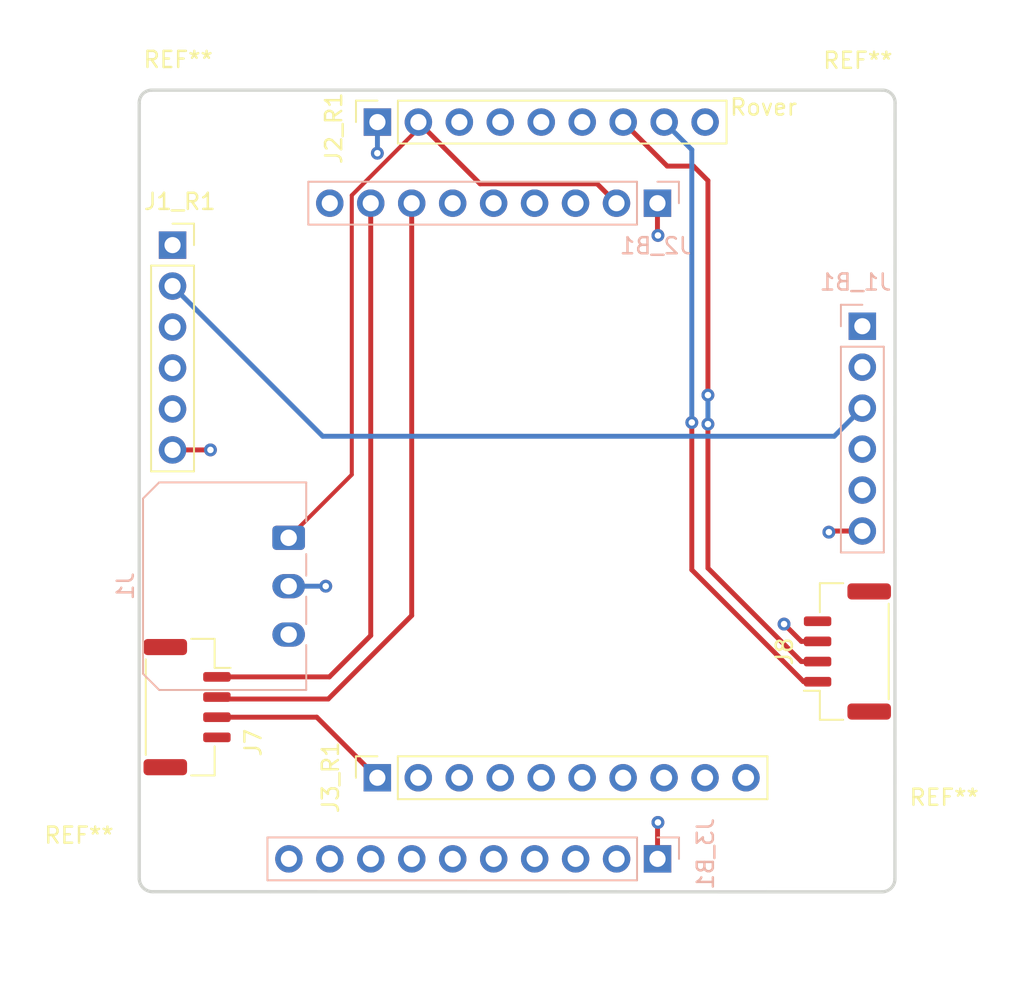
<source format=kicad_pcb>
(kicad_pcb (version 20211014) (generator pcbnew)
  (layers (0 "F.Cu" signal) (1 "In1.Cu" power) (2 "In2.Cu" power) (31 "B.Cu" signal) (34 "B.Paste" user) (35 "F.Paste" user) (36 "B.SilkS" user "B.Silkscreen") (37 "F.SilkS" user "F.Silkscreen") (38 "B.Mask" user) (39 "F.Mask" user) (44 "Edge.Cuts" user))
  (net 0 "")
  (net 2 "GND")
  (net 9 "Net-(J1_B1-Pad3)")
  (net 13 "Net-(J2_B1-Pad7)")
  (net 27 "Net-(J2_B1-Pad8)")
  (net 38 "+5V")
  (net 41 "Net-(J2_R1-Pad7)")
  (net 42 "Net-(J2_R1-Pad8)")
  (footprint "MountingHole:MountingHole_3.2mm_M3" (layer "F.Cu") (at 252.2 176.85)
    (fp_text reference "REF**" (at 5.35 -3.4) (layer "F.SilkS"))
    (fp_text value "MountingHole_3.2mm_M3")
    (pad "" np_thru_hole circle (at 0 0) (size 3.2 3.2) (drill 3.2) (layers *.Cu *.Mask))
  )
  (footprint "Connector_PinSocket_2.54mm:PinSocket_1x10_P2.54mm_Vertical" (layer "F.Cu") (at 222.4 172.23 90)
    (fp_text reference "J3_R1" (at 0.03 -2.9 90) (layer "F.SilkS"))
    (fp_text value "Conn_01x10_Female")
    (fp_line (start 1.33 1.27) (end 1.33 24.19) (layer "F.SilkS") (width 0.12))
    (fp_line (start -1.33 24.19) (end 1.33 24.19) (layer "F.SilkS") (width 0.12))
    (fp_line (start 1.33 -1.33) (end 1.33 0) (layer "F.SilkS") (width 0.12))
    (fp_line (start 0 -1.33) (end 1.33 -1.33) (layer "F.SilkS") (width 0.12))
    (fp_line (start -1.33 1.27) (end -1.33 24.19) (layer "F.SilkS") (width 0.12))
    (fp_line (start -1.33 1.27) (end 1.33 1.27) (layer "F.SilkS") (width 0.12))
    (pad "1" thru_hole rect (at 0 0 90) (size 1.7 1.7) (drill 1) (layers *.Cu *.Mask) (net 2 "GND"))
    (pad "2" thru_hole oval (at 0 2.54 90) (size 1.7 1.7) (drill 1) (layers *.Cu *.Mask))
    (pad "3" thru_hole oval (at 0 5.08 90) (size 1.7 1.7) (drill 1) (layers *.Cu *.Mask))
    (pad "4" thru_hole oval (at 0 7.62 90) (size 1.7 1.7) (drill 1) (layers *.Cu *.Mask))
    (pad "5" thru_hole oval (at 0 10.16 90) (size 1.7 1.7) (drill 1) (layers *.Cu *.Mask))
    (pad "6" thru_hole oval (at 0 12.7 90) (size 1.7 1.7) (drill 1) (layers *.Cu *.Mask))
    (pad "7" thru_hole oval (at 0 15.24 90) (size 1.7 1.7) (drill 1) (layers *.Cu *.Mask))
    (pad "8" thru_hole oval (at 0 17.78 90) (size 1.7 1.7) (drill 1) (layers *.Cu *.Mask))
    (pad "9" thru_hole oval (at 0 20.32 90) (size 1.7 1.7) (drill 1) (layers *.Cu *.Mask))
    (pad "10" thru_hole oval (at 0 22.86 90) (size 1.7 1.7) (drill 1) (layers *.Cu *.Mask))
  )
  (footprint "MountingHole:MountingHole_3.2mm_M3" (layer "F.Cu") (at 252.2 131.95)
    (fp_text reference "REF**" (at 0 -4.2) (layer "F.SilkS"))
    (fp_text value "MountingHole_3.2mm_M3")
    (pad "" np_thru_hole circle (at 0 0) (size 3.2 3.2) (drill 3.2) (layers *.Cu *.Mask))
  )
  (footprint "Connector_PinSocket_2.54mm:PinSocket_1x09_P2.54mm_Vertical" (layer "F.Cu") (at 222.405 131.57 90)
    (fp_text reference "J2_R1" (at -0.38 -2.705 90) (layer "F.SilkS"))
    (fp_text value "Conn_01x09_Female")
    (fp_line (start 1.33 -1.33) (end 1.33 0) (layer "F.SilkS") (width 0.12))
    (fp_line (start 0 -1.33) (end 1.33 -1.33) (layer "F.SilkS") (width 0.12))
    (fp_line (start -1.33 21.65) (end 1.33 21.65) (layer "F.SilkS") (width 0.12))
    (fp_line (start -1.33 1.27) (end -1.33 21.65) (layer "F.SilkS") (width 0.12))
    (fp_line (start 1.33 1.27) (end 1.33 21.65) (layer "F.SilkS") (width 0.12))
    (fp_line (start -1.33 1.27) (end 1.33 1.27) (layer "F.SilkS") (width 0.12))
    (pad "1" thru_hole rect (at 0 0 90) (size 1.7 1.7) (drill 1) (layers *.Cu *.Mask) (net 2 "GND"))
    (pad "2" thru_hole oval (at 0 2.54 90) (size 1.7 1.7) (drill 1) (layers *.Cu *.Mask) (net 38 "+5V"))
    (pad "3" thru_hole oval (at 0 5.08 90) (size 1.7 1.7) (drill 1) (layers *.Cu *.Mask))
    (pad "4" thru_hole oval (at 0 7.62 90) (size 1.7 1.7) (drill 1) (layers *.Cu *.Mask))
    (pad "5" thru_hole oval (at 0 10.16 90) (size 1.7 1.7) (drill 1) (layers *.Cu *.Mask))
    (pad "6" thru_hole oval (at 0 12.7 90) (size 1.7 1.7) (drill 1) (layers *.Cu *.Mask))
    (pad "7" thru_hole oval (at 0 15.24 90) (size 1.7 1.7) (drill 1) (layers *.Cu *.Mask) (net 41 "Net-(J2_R1-Pad7)"))
    (pad "8" thru_hole oval (at 0 17.78 90) (size 1.7 1.7) (drill 1) (layers *.Cu *.Mask) (net 42 "Net-(J2_R1-Pad8)"))
    (pad "9" thru_hole oval (at 0 20.32 90) (size 1.7 1.7) (drill 1) (layers *.Cu *.Mask))
  )
  (footprint "Connector_PinSocket_2.54mm:PinSocket_1x06_P2.54mm_Vertical" (layer "F.Cu") (at 209.7 139.2)
    (fp_text reference "J1_R1" (at 0.45 -2.7) (layer "F.SilkS"))
    (fp_text value "Conn_01x06_Female")
    (fp_line (start -1.33 1.27) (end -1.33 14.03) (layer "F.SilkS") (width 0.12))
    (fp_line (start 1.33 1.27) (end 1.33 14.03) (layer "F.SilkS") (width 0.12))
    (fp_line (start 0 -1.33) (end 1.33 -1.33) (layer "F.SilkS") (width 0.12))
    (fp_line (start -1.33 14.03) (end 1.33 14.03) (layer "F.SilkS") (width 0.12))
    (fp_line (start 1.33 -1.33) (end 1.33 0) (layer "F.SilkS") (width 0.12))
    (fp_line (start -1.33 1.27) (end 1.33 1.27) (layer "F.SilkS") (width 0.12))
    (pad "1" thru_hole rect (at 0 0) (size 1.7 1.7) (drill 1) (layers *.Cu *.Mask))
    (pad "2" thru_hole oval (at 0 2.54) (size 1.7 1.7) (drill 1) (layers *.Cu *.Mask) (net 9 "Net-(J1_B1-Pad3)"))
    (pad "3" thru_hole oval (at 0 5.08) (size 1.7 1.7) (drill 1) (layers *.Cu *.Mask))
    (pad "4" thru_hole oval (at 0 7.62) (size 1.7 1.7) (drill 1) (layers *.Cu *.Mask))
    (pad "5" thru_hole oval (at 0 10.16) (size 1.7 1.7) (drill 1) (layers *.Cu *.Mask))
    (pad "6" thru_hole oval (at 0 12.7) (size 1.7 1.7) (drill 1) (layers *.Cu *.Mask) (net 2 "GND"))
  )
  (footprint "MountingHole:MountingHole_3.2mm_M3" (layer "F.Cu") (at 210.05 131.9)
    (fp_text reference "REF**" (at 0 -4.2) (layer "F.SilkS"))
    (fp_text value "MountingHole_3.2mm_M3")
    (pad "" np_thru_hole circle (at 0 0) (size 3.2 3.2) (drill 3.2) (layers *.Cu *.Mask))
  )
  (footprint "MountingHole:MountingHole_3.2mm_M3" (layer "F.Cu") (at 209.95 176.85)
    (fp_text reference "REF**" (at -6.05 -1.05) (layer "F.SilkS"))
    (fp_text value "MountingHole_3.2mm_M3")
    (pad "" np_thru_hole circle (at 0 0) (size 3.2 3.2) (drill 3.2) (layers *.Cu *.Mask))
  )
  (footprint "Connector_JST:JST_GH_SM04B-GHS-TB_1x04-1MP_P1.25mm_Horizontal" (layer "F.Cu") (at 251.55 164.4 90)
    (fp_text reference "J8" (at 0 -3.9 90) (layer "F.SilkS"))
    (fp_text value "Conn_01x04_Female")
    (fp_line (start -2.435 -1.71) (end -2.435 -2.7) (layer "F.SilkS") (width 0.12))
    (fp_line (start 4.235 -0.26) (end 4.235 -1.71) (layer "F.SilkS") (width 0.12))
    (fp_line (start -2.965 2.56) (end 2.965 2.56) (layer "F.SilkS") (width 0.12))
    (fp_line (start -4.235 -0.26) (end -4.235 -1.71) (layer "F.SilkS") (width 0.12))
    (fp_line (start -4.235 -1.71) (end -2.435 -1.71) (layer "F.SilkS") (width 0.12))
    (fp_line (start 4.235 -1.71) (end 2.435 -1.71) (layer "F.SilkS") (width 0.12))
    (pad "1" smd roundrect (at -1.875 -1.85 90) (size 0.6 1.7) (layers "F.Cu" "F.Paste" "F.Mask") (net 42 "Net-(J2_R1-Pad8)"))
    (pad "2" smd roundrect (at -0.625 -1.85 90) (size 0.6 1.7) (layers "F.Cu" "F.Paste" "F.Mask") (net 41 "Net-(J2_R1-Pad7)"))
    (pad "3" smd roundrect (at 0.625 -1.85 90) (size 0.6 1.7) (layers "F.Cu" "F.Paste" "F.Mask") (net 2 "GND"))
    (pad "4" smd roundrect (at 1.875 -1.85 90) (size 0.6 1.7) (layers "F.Cu" "F.Paste" "F.Mask"))
    (pad "MP" smd roundrect (at -3.725 1.35 90) (size 1 2.7) (layers "F.Cu" "F.Paste" "F.Mask"))
    (pad "MP" smd roundrect (at 3.725 1.35 90) (size 1 2.7) (layers "F.Cu" "F.Paste" "F.Mask"))
  )
  (footprint "Connector_JST:JST_GH_SM04B-GHS-TB_1x04-1MP_P1.25mm_Horizontal" (layer "F.Cu") (at 210.6 167.85 -90)
    (fp_text reference "J7" (at 2.2 -4.1 90) (layer "F.SilkS"))
    (fp_text value "Conn_01x04_Female")
    (fp_line (start -4.235 -0.26) (end -4.235 -1.71) (layer "F.SilkS") (width 0.12))
    (fp_line (start 4.235 -1.71) (end 2.435 -1.71) (layer "F.SilkS") (width 0.12))
    (fp_line (start -2.965 2.56) (end 2.965 2.56) (layer "F.SilkS") (width 0.12))
    (fp_line (start -4.235 -1.71) (end -2.435 -1.71) (layer "F.SilkS") (width 0.12))
    (fp_line (start -2.435 -1.71) (end -2.435 -2.7) (layer "F.SilkS") (width 0.12))
    (fp_line (start 4.235 -0.26) (end 4.235 -1.71) (layer "F.SilkS") (width 0.12))
    (pad "1" smd roundrect (at -1.875 -1.85 270) (size 0.6 1.7) (layers "F.Cu" "F.Paste" "F.Mask") (net 27 "Net-(J2_B1-Pad8)"))
    (pad "2" smd roundrect (at -0.625 -1.85 270) (size 0.6 1.7) (layers "F.Cu" "F.Paste" "F.Mask") (net 13 "Net-(J2_B1-Pad7)"))
    (pad "3" smd roundrect (at 0.625 -1.85 270) (size 0.6 1.7) (layers "F.Cu" "F.Paste" "F.Mask") (net 2 "GND"))
    (pad "4" smd roundrect (at 1.875 -1.85 270) (size 0.6 1.7) (layers "F.Cu" "F.Paste" "F.Mask"))
    (pad "MP" smd roundrect (at -3.725 1.35 270) (size 1 2.7) (layers "F.Cu" "F.Paste" "F.Mask"))
    (pad "MP" smd roundrect (at 3.725 1.35 270) (size 1 2.7) (layers "F.Cu" "F.Paste" "F.Mask"))
  )
  (footprint "Connector_PinSocket_2.54mm:PinSocket_1x06_P2.54mm_Vertical" (layer "B.Cu") (at 252.475 144.23 180)
    (fp_text reference "J1_B1" (at 0.425 2.73) (layer "B.SilkS") (effects (justify mirror)))
    (fp_text value "Conn_01x06_Female")
    (fp_line (start 1.33 -1.27) (end 1.33 -14.03) (layer "B.SilkS") (width 0.12))
    (fp_line (start -1.33 -1.27) (end 1.33 -1.27) (layer "B.SilkS") (width 0.12))
    (fp_line (start -1.33 -1.27) (end -1.33 -14.03) (layer "B.SilkS") (width 0.12))
    (fp_line (start -1.33 -14.03) (end 1.33 -14.03) (layer "B.SilkS") (width 0.12))
    (fp_line (start 1.33 1.33) (end 1.33 0) (layer "B.SilkS") (width 0.12))
    (fp_line (start 0 1.33) (end 1.33 1.33) (layer "B.SilkS") (width 0.12))
    (pad "1" thru_hole rect (at 0 0 180) (size 1.7 1.7) (drill 1) (layers *.Cu *.Mask))
    (pad "2" thru_hole oval (at 0 -2.54 180) (size 1.7 1.7) (drill 1) (layers *.Cu *.Mask))
    (pad "3" thru_hole oval (at 0 -5.08 180) (size 1.7 1.7) (drill 1) (layers *.Cu *.Mask) (net 9 "Net-(J1_B1-Pad3)"))
    (pad "4" thru_hole oval (at 0 -7.62 180) (size 1.7 1.7) (drill 1) (layers *.Cu *.Mask))
    (pad "5" thru_hole oval (at 0 -10.16 180) (size 1.7 1.7) (drill 1) (layers *.Cu *.Mask))
    (pad "6" thru_hole oval (at 0 -12.7 180) (size 1.7 1.7) (drill 1) (layers *.Cu *.Mask) (net 2 "GND"))
  )
  (footprint "Connector_Molex:Molex_Micro-Fit_3.0_43650-0300_1x03_P3.00mm_Horizontal" (layer "B.Cu") (at 216.9 157.35 -90)
    (fp_text reference "J1" (at 3 10.12 90) (layer "B.SilkS") (effects (justify mirror)))
    (fp_text value "Conn_01x03_Female")
    (fp_line (start -3.435 -1.09) (end -3.435 8.03) (layer "B.SilkS") (width 0.12))
    (fp_line (start -2.435 9.03) (end 8.435 9.03) (layer "B.SilkS") (width 0.12))
    (fp_line (start 1.01 -1.09) (end 2.348233 -1.09) (layer "B.SilkS") (width 0.12))
    (fp_line (start 3.651767 -1.09) (end 5.348233 -1.09) (layer "B.SilkS") (width 0.12))
    (fp_line (start 8.435 9.03) (end 9.435 8.03) (layer "B.SilkS") (width 0.12))
    (fp_line (start -3.435 -1.09) (end -1.01 -1.09) (layer "B.SilkS") (width 0.12))
    (fp_line (start 9.435 -1.09) (end 6.651767 -1.09) (layer "B.SilkS") (width 0.12))
    (fp_line (start 9.435 8.03) (end 9.435 -1.09) (layer "B.SilkS") (width 0.12))
    (fp_line (start -3.435 8.03) (end -2.435 9.03) (layer "B.SilkS") (width 0.12))
    (pad "" np_thru_hole circle (at 3 4.32 270) (size 3 3) (drill 3) (layers *.Cu *.Mask))
    (pad "1" thru_hole roundrect (at 0 0 270) (size 1.5 2.02) (drill 1.02) (layers *.Cu *.Mask) (roundrect_rratio 0.1666673333) (net 38 "+5V"))
    (pad "2" thru_hole oval (at 3 0 270) (size 1.5 2.02) (drill 1.02) (layers *.Cu *.Mask) (net 2 "GND"))
    (pad "3" thru_hole oval (at 6 0 270) (size 1.5 2.02) (drill 1.02) (layers *.Cu *.Mask))
  )
  (footprint "Connector_PinSocket_2.54mm:PinSocket_1x09_P2.54mm_Vertical" (layer "B.Cu") (at 239.77 136.6 90)
    (fp_text reference "J2_B1" (at -2.65 -0.12 180) (layer "B.SilkS") (effects (justify mirror)))
    (fp_text value "Conn_01x09_Female")
    (fp_line (start -1.33 -1.27) (end 1.33 -1.27) (layer "B.SilkS") (width 0.12))
    (fp_line (start -1.33 -1.27) (end -1.33 -21.65) (layer "B.SilkS") (width 0.12))
    (fp_line (start 0 1.33) (end 1.33 1.33) (layer "B.SilkS") (width 0.12))
    (fp_line (start 1.33 -1.27) (end 1.33 -21.65) (layer "B.SilkS") (width 0.12))
    (fp_line (start 1.33 1.33) (end 1.33 0) (layer "B.SilkS") (width 0.12))
    (fp_line (start -1.33 -21.65) (end 1.33 -21.65) (layer "B.SilkS") (width 0.12))
    (pad "1" thru_hole rect (at 0 0 90) (size 1.7 1.7) (drill 1) (layers *.Cu *.Mask) (net 2 "GND"))
    (pad "2" thru_hole oval (at 0 -2.54 90) (size 1.7 1.7) (drill 1) (layers *.Cu *.Mask) (net 38 "+5V"))
    (pad "3" thru_hole oval (at 0 -5.08 90) (size 1.7 1.7) (drill 1) (layers *.Cu *.Mask))
    (pad "4" thru_hole oval (at 0 -7.62 90) (size 1.7 1.7) (drill 1) (layers *.Cu *.Mask))
    (pad "5" thru_hole oval (at 0 -10.16 90) (size 1.7 1.7) (drill 1) (layers *.Cu *.Mask))
    (pad "6" thru_hole oval (at 0 -12.7 90) (size 1.7 1.7) (drill 1) (layers *.Cu *.Mask))
    (pad "7" thru_hole oval (at 0 -15.24 90) (size 1.7 1.7) (drill 1) (layers *.Cu *.Mask) (net 13 "Net-(J2_B1-Pad7)"))
    (pad "8" thru_hole oval (at 0 -17.78 90) (size 1.7 1.7) (drill 1) (layers *.Cu *.Mask) (net 27 "Net-(J2_B1-Pad8)"))
    (pad "9" thru_hole oval (at 0 -20.32 90) (size 1.7 1.7) (drill 1) (layers *.Cu *.Mask))
  )
  (footprint "Connector_PinSocket_2.54mm:PinSocket_1x10_P2.54mm_Vertical" (layer "B.Cu") (at 239.775 177.26 90)
    (fp_text reference "J3_B1" (at 0.31 2.975 90) (layer "B.SilkS") (effects (justify mirror)))
    (fp_text value "Conn_01x10_Female")
    (fp_line (start -1.33 -24.19) (end 1.33 -24.19) (layer "B.SilkS") (width 0.12))
    (fp_line (start 1.33 1.33) (end 1.33 0) (layer "B.SilkS") (width 0.12))
    (fp_line (start -1.33 -1.27) (end 1.33 -1.27) (layer "B.SilkS") (width 0.12))
    (fp_line (start 1.33 -1.27) (end 1.33 -24.19) (layer "B.SilkS") (width 0.12))
    (fp_line (start 0 1.33) (end 1.33 1.33) (layer "B.SilkS") (width 0.12))
    (fp_line (start -1.33 -1.27) (end -1.33 -24.19) (layer "B.SilkS") (width 0.12))
    (pad "1" thru_hole rect (at 0 0 90) (size 1.7 1.7) (drill 1) (layers *.Cu *.Mask) (net 2 "GND"))
    (pad "2" thru_hole oval (at 0 -2.54 90) (size 1.7 1.7) (drill 1) (layers *.Cu *.Mask))
    (pad "3" thru_hole oval (at 0 -5.08 90) (size 1.7 1.7) (drill 1) (layers *.Cu *.Mask))
    (pad "4" thru_hole oval (at 0 -7.62 90) (size 1.7 1.7) (drill 1) (layers *.Cu *.Mask))
    (pad "5" thru_hole oval (at 0 -10.16 90) (size 1.7 1.7) (drill 1) (layers *.Cu *.Mask))
    (pad "6" thru_hole oval (at 0 -12.7 90) (size 1.7 1.7) (drill 1) (layers *.Cu *.Mask))
    (pad "7" thru_hole oval (at 0 -15.24 90) (size 1.7 1.7) (drill 1) (layers *.Cu *.Mask))
    (pad "8" thru_hole oval (at 0 -17.78 90) (size 1.7 1.7) (drill 1) (layers *.Cu *.Mask))
    (pad "9" thru_hole oval (at 0 -20.32 90) (size 1.7 1.7) (drill 1) (layers *.Cu *.Mask))
    (pad "10" thru_hole oval (at 0 -22.86 90) (size 1.7 1.7) (drill 1) (layers *.Cu *.Mask))
  )
  (gr_line (start 208.4 129.59) (end 253.7 129.59) (layer "Edge.Cuts") (width 0.2032))
  (gr_line (start 254.505 130.4) (end 254.495 178.5) (layer "Edge.Cuts") (width 0.2032))
  (gr_arc (start 253.7 129.59) (mid 254.27991 129.818685) (end 254.505 130.4) (layer "Edge.Cuts") (width 0.2032))
  (gr_arc (start 254.495 178.5) (mid 254.263816 179.066751) (end 253.7 179.305) (layer "Edge.Cuts") (width 0.2032))
  (gr_line (start 253.7 179.305) (end 208.5 179.295) (layer "Edge.Cuts") (width 0.2032))
  (gr_arc (start 208.5 179.295) (mid 207.902575 179.076945) (end 207.635 178.5) (layer "Edge.Cuts") (width 0.2032))
  (gr_arc (start 207.635 130.4) (mid 207.844785 129.83188) (end 208.4 129.59) (layer "Edge.Cuts") (width 0.2032))
  (gr_line (start 207.635 178.5) (end 207.635 130.4) (layer "Edge.Cuts") (width 0.2032))
  (gr_text "Rover" (at 246.35 130.65) (layer "F.SilkS") (effects (font (size 1 1))))
  (segment (start 239.77 136.6) (end 239.77 138.57) (width 0.3048) (layer "F.Cu") (net 2))
  (segment (start 209.7 151.9) (end 212.05 151.9) (width 0.3048) (layer "F.Cu") (net 2))
  (segment (start 252.475 156.93) (end 250.47 156.93) (width 0.3048) (layer "F.Cu") (net 2))
  (segment (start 212.45 168.475) (end 218.645 168.475) (width 0.3048) (layer "F.Cu") (net 2))
  (segment (start 249.7 163.775) (end 248.695815 163.775) (width 0.3048) (layer "F.Cu") (net 2))
  (segment (start 218.645 168.475) (end 222.4 172.23) (width 0.3048) (layer "F.Cu") (net 2))
  (segment (start 239.775 175.025) (end 239.775 177.26) (width 0.3048) (layer "F.Cu") (net 2))
  (segment (start 239.77 138.57) (end 239.8 138.6) (width 0.3048) (layer "F.Cu") (net 2))
  (segment (start 248.695815 163.775) (end 247.620815 162.7) (width 0.3048) (layer "F.Cu") (net 2))
  (segment (start 250.47 156.93) (end 250.4 157) (width 0.508) (layer "F.Cu") (net 2))
  (segment (start 239.8 175) (end 239.775 175.025) (width 0.508) (layer "F.Cu") (net 2))
  (via (at 250.4 157) (size 0.8) (drill 0.4) (layers "F.Cu" "B.Cu") (net 2))
  (via (at 239.8 175) (size 0.8) (drill 0.4) (layers "F.Cu" "B.Cu") (net 2))
  (via (at 219.2 160.35) (size 0.8) (drill 0.4) (layers "F.Cu" "B.Cu") (net 2))
  (via (at 247.620815 162.7) (size 0.8) (drill 0.4) (layers "F.Cu" "B.Cu") (net 2))
  (via (at 212.05 151.9) (size 0.8) (drill 0.4) (layers "F.Cu" "B.Cu") (net 2))
  (via (at 239.8 138.6) (size 0.8) (drill 0.4) (layers "F.Cu" "B.Cu") (net 2))
  (via (at 222.4 133.5) (size 0.8) (drill 0.4) (layers "F.Cu" "B.Cu") (net 2))
  (segment (start 222.405 133.495) (end 222.4 133.5) (width 0.3048) (layer "B.Cu") (net 2))
  (segment (start 216.9 160.35) (end 219.2 160.35) (width 0.3048) (layer "B.Cu") (net 2))
  (segment (start 222.405 131.57) (end 222.405 133.495) (width 0.3048) (layer "B.Cu") (net 2))
  (segment (start 250.7326 151.0524) (end 252.475 149.31) (width 0.3048) (layer "B.Cu") (net 9))
  (segment (start 219.0124 151.0524) (end 250.7326 151.0524) (width 0.3048) (layer "B.Cu") (net 9))
  (segment (start 209.7 141.74) (end 219.0124 151.0524) (width 0.3048) (layer "B.Cu") (net 9))
  (segment (start 212.5726 167.3476) (end 212.45 167.225) (width 0.3048) (layer "F.Cu") (net 13))
  (segment (start 219.3524 167.3476) (end 212.5726 167.3476) (width 0.3048) (layer "F.Cu") (net 13))
  (segment (start 224.53 136.6) (end 224.53 162.17) (width 0.3048) (layer "F.Cu") (net 13))
  (segment (start 224.53 162.17) (end 219.3524 167.3476) (width 0.3048) (layer "F.Cu") (net 13))
  (segment (start 221.99 163.41) (end 219.425 165.975) (width 0.3048) (layer "F.Cu") (net 27))
  (segment (start 219.425 165.975) (end 212.45 165.975) (width 0.3048) (layer "F.Cu") (net 27))
  (segment (start 221.99 136.6) (end 221.99 163.41) (width 0.3048) (layer "F.Cu") (net 27))
  (segment (start 224.945 131.980305) (end 224.945 131.57) (width 0.25) (layer "F.Cu") (net 38))
  (segment (start 216.9 157.35) (end 220.815 153.435) (width 0.25) (layer "F.Cu") (net 38))
  (segment (start 228.7726 135.3976) (end 236.0276 135.3976) (width 0.3048) (layer "F.Cu") (net 38))
  (segment (start 220.815 153.435) (end 220.815 136.110305) (width 0.25) (layer "F.Cu") (net 38))
  (segment (start 236.0276 135.3976) (end 237.23 136.6) (width 0.3048) (layer "F.Cu") (net 38))
  (segment (start 220.815 136.110305) (end 224.945 131.980305) (width 0.25) (layer "F.Cu") (net 38))
  (segment (start 224.945 131.57) (end 228.7726 135.3976) (width 0.3048) (layer "F.Cu") (net 38))
  (segment (start 242.9 135.2) (end 242 134.3) (width 0.3048) (layer "F.Cu") (net 41))
  (segment (start 249.7 165.025) (end 248.695815 165.025) (width 0.3048) (layer "F.Cu") (net 41))
  (segment (start 240.375 134.3) (end 237.645 131.57) (width 0.3048) (layer "F.Cu") (net 41))
  (segment (start 242.9 148.5) (end 242.9 135.2) (width 0.3048) (layer "F.Cu") (net 41))
  (segment (start 248.695815 165.025) (end 242.9 159.229185) (width 0.3048) (layer "F.Cu") (net 41))
  (segment (start 242 134.3) (end 240.375 134.3) (width 0.3048) (layer "F.Cu") (net 41))
  (segment (start 242.9 159.229185) (end 242.9 150.3) (width 0.3048) (layer "F.Cu") (net 41))
  (via (at 242.9 148.5) (size 0.8) (drill 0.4) (layers "F.Cu" "B.Cu") (net 41))
  (via (at 242.9 150.3) (size 0.8) (drill 0.4) (layers "F.Cu" "B.Cu") (net 41))
  (segment (start 242.9 150.3) (end 242.9 148.5) (width 0.3048) (layer "B.Cu") (net 41))
  (segment (start 241.9 159.335501) (end 248.839499 166.275) (width 0.3048) (layer "F.Cu") (net 42))
  (segment (start 241.9 150.2) (end 241.9 159.335501) (width 0.3048) (layer "F.Cu") (net 42))
  (segment (start 248.839499 166.275) (end 249.7 166.275) (width 0.3048) (layer "F.Cu") (net 42))
  (via (at 241.9 150.2) (size 0.8) (drill 0.4) (layers "F.Cu" "B.Cu") (net 42))
  (segment (start 241.9 150.2) (end 241.9 133.285) (width 0.3048) (layer "B.Cu") (net 42))
  (segment (start 241.9 133.285) (end 240.185 131.57) (width 0.3048) (layer "B.Cu") (net 42))
)
</source>
